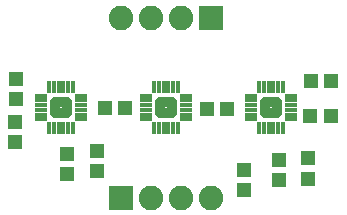
<source format=gts>
G04 EAGLE Gerber X2 export*
G75*
%MOMM*%
%FSLAX34Y34*%
%LPD*%
%AMOC8*
5,1,8,0,0,1.08239X$1,22.5*%
G01*
%ADD10R,1.003200X0.403200*%
%ADD11R,0.403200X1.003200*%
%ADD12C,0.871600*%
%ADD13R,2.082800X2.082800*%
%ADD14C,2.082800*%
%ADD15R,1.203200X1.303200*%
%ADD16R,1.303200X1.203200*%


D10*
X46500Y111600D03*
X46500Y107600D03*
X46500Y103600D03*
X46500Y99600D03*
X46500Y95600D03*
X46500Y91600D03*
D11*
X53500Y84600D03*
X57500Y84600D03*
X61500Y84600D03*
X65500Y84600D03*
X69500Y84600D03*
X73500Y84600D03*
D10*
X80500Y91600D03*
X80500Y95600D03*
X80500Y99600D03*
X80500Y103600D03*
X80500Y107600D03*
X80500Y111600D03*
D11*
X73500Y118600D03*
X69500Y118600D03*
X65500Y118600D03*
X61500Y118600D03*
X57500Y118600D03*
X53500Y118600D03*
D12*
X58342Y97242D02*
X68658Y97242D01*
X58342Y97242D02*
X58342Y105958D01*
X68658Y105958D01*
X68658Y97242D01*
X68658Y105957D02*
X58342Y105957D01*
D10*
X135400Y111600D03*
X135400Y107600D03*
X135400Y103600D03*
X135400Y99600D03*
X135400Y95600D03*
X135400Y91600D03*
D11*
X142400Y84600D03*
X146400Y84600D03*
X150400Y84600D03*
X154400Y84600D03*
X158400Y84600D03*
X162400Y84600D03*
D10*
X169400Y91600D03*
X169400Y95600D03*
X169400Y99600D03*
X169400Y103600D03*
X169400Y107600D03*
X169400Y111600D03*
D11*
X162400Y118600D03*
X158400Y118600D03*
X154400Y118600D03*
X150400Y118600D03*
X146400Y118600D03*
X142400Y118600D03*
D12*
X147242Y97242D02*
X157558Y97242D01*
X147242Y97242D02*
X147242Y105958D01*
X157558Y105958D01*
X157558Y97242D01*
X157558Y105957D02*
X147242Y105957D01*
D10*
X224300Y111600D03*
X224300Y107600D03*
X224300Y103600D03*
X224300Y99600D03*
X224300Y95600D03*
X224300Y91600D03*
D11*
X231300Y84600D03*
X235300Y84600D03*
X239300Y84600D03*
X243300Y84600D03*
X247300Y84600D03*
X251300Y84600D03*
D10*
X258300Y91600D03*
X258300Y95600D03*
X258300Y99600D03*
X258300Y103600D03*
X258300Y107600D03*
X258300Y111600D03*
D11*
X251300Y118600D03*
X247300Y118600D03*
X243300Y118600D03*
X239300Y118600D03*
X235300Y118600D03*
X231300Y118600D03*
D12*
X236142Y97242D02*
X246458Y97242D01*
X236142Y97242D02*
X236142Y105958D01*
X246458Y105958D01*
X246458Y97242D01*
X246458Y105957D02*
X236142Y105957D01*
D13*
X114300Y25400D03*
D14*
X139700Y25400D03*
X165100Y25400D03*
X190500Y25400D03*
D13*
X190500Y177800D03*
D14*
X165100Y177800D03*
X139700Y177800D03*
X114300Y177800D03*
D15*
X68834Y62348D03*
X68834Y45348D03*
X93726Y47634D03*
X93726Y64634D03*
D16*
X187334Y100584D03*
X204334Y100584D03*
X100720Y100838D03*
X117720Y100838D03*
X274964Y123698D03*
X291964Y123698D03*
X274710Y94742D03*
X291710Y94742D03*
D15*
X218694Y48632D03*
X218694Y31632D03*
X25146Y125848D03*
X25146Y108848D03*
X24892Y72780D03*
X24892Y89780D03*
X248412Y57522D03*
X248412Y40522D03*
X272542Y41538D03*
X272542Y58538D03*
M02*

</source>
